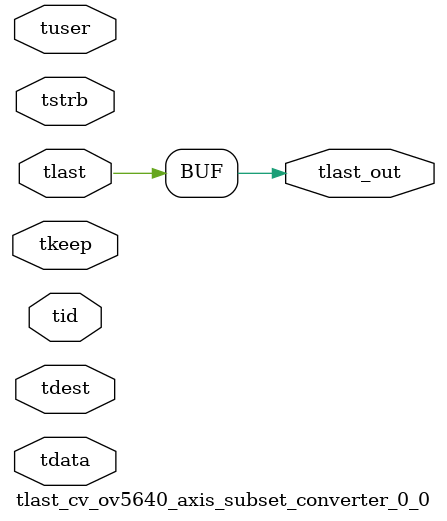
<source format=v>


`timescale 1ps/1ps

module tlast_cv_ov5640_axis_subset_converter_0_0 #
(
parameter C_S_AXIS_TID_WIDTH   = 1,
parameter C_S_AXIS_TUSER_WIDTH = 0,
parameter C_S_AXIS_TDATA_WIDTH = 0,
parameter C_S_AXIS_TDEST_WIDTH = 0
)
(
input  [(C_S_AXIS_TID_WIDTH   == 0 ? 1 : C_S_AXIS_TID_WIDTH)-1:0       ] tid,
input  [(C_S_AXIS_TDATA_WIDTH == 0 ? 1 : C_S_AXIS_TDATA_WIDTH)-1:0     ] tdata,
input  [(C_S_AXIS_TUSER_WIDTH == 0 ? 1 : C_S_AXIS_TUSER_WIDTH)-1:0     ] tuser,
input  [(C_S_AXIS_TDEST_WIDTH == 0 ? 1 : C_S_AXIS_TDEST_WIDTH)-1:0     ] tdest,
input  [(C_S_AXIS_TDATA_WIDTH/8)-1:0 ] tkeep,
input  [(C_S_AXIS_TDATA_WIDTH/8)-1:0 ] tstrb,
input  [0:0]                                                             tlast,
output                                                                   tlast_out
);

assign tlast_out = {tlast};

endmodule


</source>
